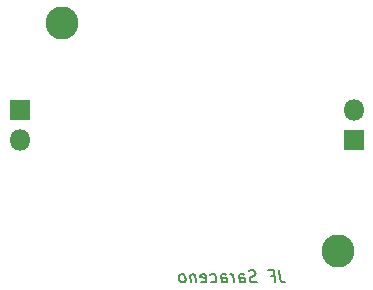
<source format=gbr>
%TF.GenerationSoftware,KiCad,Pcbnew,5.1.6-c6e7f7d~87~ubuntu18.04.1*%
%TF.CreationDate,2021-12-09T15:00:27-08:00*%
%TF.ProjectId,boosted-output-current-reference,626f6f73-7465-4642-9d6f-75747075742d,rev?*%
%TF.SameCoordinates,Original*%
%TF.FileFunction,Soldermask,Bot*%
%TF.FilePolarity,Negative*%
%FSLAX46Y46*%
G04 Gerber Fmt 4.6, Leading zero omitted, Abs format (unit mm)*
G04 Created by KiCad (PCBNEW 5.1.6-c6e7f7d~87~ubuntu18.04.1) date 2021-12-09 15:00:27*
%MOMM*%
%LPD*%
G01*
G04 APERTURE LIST*
%ADD10C,0.150000*%
%ADD11O,1.800000X1.800000*%
%ADD12R,1.800000X1.800000*%
%ADD13C,2.800000*%
G04 APERTURE END LIST*
D10*
X167797032Y-108037380D02*
X167886318Y-108751666D01*
X167951794Y-108894523D01*
X168058937Y-108989761D01*
X168207747Y-109037380D01*
X168302985Y-109037380D01*
X167047032Y-108513571D02*
X167380366Y-108513571D01*
X167445842Y-109037380D02*
X167320842Y-108037380D01*
X166844651Y-108037380D01*
X165868461Y-108989761D02*
X165731556Y-109037380D01*
X165493461Y-109037380D01*
X165392270Y-108989761D01*
X165338699Y-108942142D01*
X165279175Y-108846904D01*
X165267270Y-108751666D01*
X165302985Y-108656428D01*
X165344651Y-108608809D01*
X165433937Y-108561190D01*
X165618461Y-108513571D01*
X165707747Y-108465952D01*
X165749413Y-108418333D01*
X165785127Y-108323095D01*
X165773223Y-108227857D01*
X165713699Y-108132619D01*
X165660127Y-108085000D01*
X165558937Y-108037380D01*
X165320842Y-108037380D01*
X165183937Y-108085000D01*
X164445842Y-109037380D02*
X164380366Y-108513571D01*
X164416080Y-108418333D01*
X164505366Y-108370714D01*
X164695842Y-108370714D01*
X164797032Y-108418333D01*
X164439889Y-108989761D02*
X164541080Y-109037380D01*
X164779175Y-109037380D01*
X164868461Y-108989761D01*
X164904175Y-108894523D01*
X164892270Y-108799285D01*
X164832747Y-108704047D01*
X164731556Y-108656428D01*
X164493461Y-108656428D01*
X164392270Y-108608809D01*
X163969651Y-109037380D02*
X163886318Y-108370714D01*
X163910127Y-108561190D02*
X163850604Y-108465952D01*
X163797032Y-108418333D01*
X163695842Y-108370714D01*
X163600604Y-108370714D01*
X162922032Y-109037380D02*
X162856556Y-108513571D01*
X162892270Y-108418333D01*
X162981556Y-108370714D01*
X163172032Y-108370714D01*
X163273223Y-108418333D01*
X162916080Y-108989761D02*
X163017270Y-109037380D01*
X163255366Y-109037380D01*
X163344651Y-108989761D01*
X163380366Y-108894523D01*
X163368461Y-108799285D01*
X163308937Y-108704047D01*
X163207747Y-108656428D01*
X162969651Y-108656428D01*
X162868461Y-108608809D01*
X162011318Y-108989761D02*
X162112508Y-109037380D01*
X162302985Y-109037380D01*
X162392270Y-108989761D01*
X162433937Y-108942142D01*
X162469651Y-108846904D01*
X162433937Y-108561190D01*
X162374413Y-108465952D01*
X162320842Y-108418333D01*
X162219651Y-108370714D01*
X162029175Y-108370714D01*
X161939889Y-108418333D01*
X161201794Y-108989761D02*
X161302985Y-109037380D01*
X161493461Y-109037380D01*
X161582747Y-108989761D01*
X161618461Y-108894523D01*
X161570842Y-108513571D01*
X161511318Y-108418333D01*
X161410127Y-108370714D01*
X161219651Y-108370714D01*
X161130366Y-108418333D01*
X161094651Y-108513571D01*
X161106556Y-108608809D01*
X161594651Y-108704047D01*
X160648223Y-108370714D02*
X160731556Y-109037380D01*
X160660127Y-108465952D02*
X160606556Y-108418333D01*
X160505366Y-108370714D01*
X160362508Y-108370714D01*
X160273223Y-108418333D01*
X160237508Y-108513571D01*
X160302985Y-109037380D01*
X159683937Y-109037380D02*
X159773223Y-108989761D01*
X159814889Y-108942142D01*
X159850604Y-108846904D01*
X159814889Y-108561190D01*
X159755366Y-108465952D01*
X159701794Y-108418333D01*
X159600604Y-108370714D01*
X159457747Y-108370714D01*
X159368461Y-108418333D01*
X159326794Y-108465952D01*
X159291080Y-108561190D01*
X159326794Y-108846904D01*
X159386318Y-108942142D01*
X159439889Y-108989761D01*
X159541080Y-109037380D01*
X159683937Y-109037380D01*
D11*
%TO.C,J2*%
X174117000Y-94488000D03*
D12*
X174117000Y-97028000D03*
%TD*%
D11*
%TO.C,J1*%
X145796000Y-97018000D03*
D12*
X145796000Y-94478000D03*
%TD*%
D13*
%TO.C,H2*%
X172720000Y-106426000D03*
%TD*%
%TO.C,H1*%
X149352000Y-87122000D03*
%TD*%
M02*

</source>
